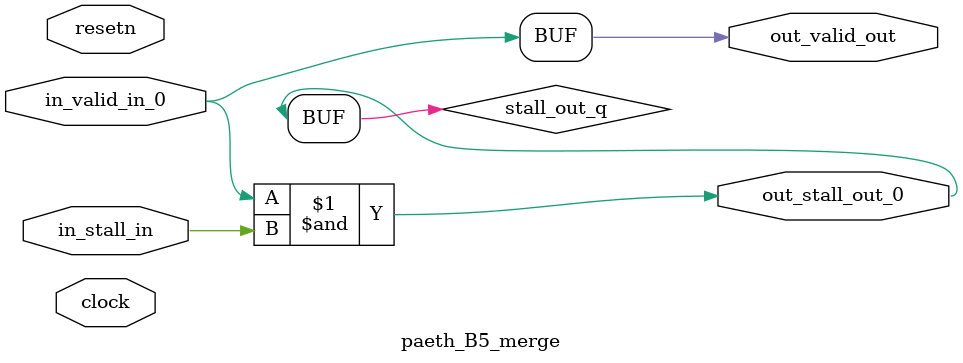
<source format=sv>



(* altera_attribute = "-name AUTO_SHIFT_REGISTER_RECOGNITION OFF; -name MESSAGE_DISABLE 10036; -name MESSAGE_DISABLE 10037; -name MESSAGE_DISABLE 14130; -name MESSAGE_DISABLE 14320; -name MESSAGE_DISABLE 15400; -name MESSAGE_DISABLE 14130; -name MESSAGE_DISABLE 10036; -name MESSAGE_DISABLE 12020; -name MESSAGE_DISABLE 12030; -name MESSAGE_DISABLE 12010; -name MESSAGE_DISABLE 12110; -name MESSAGE_DISABLE 14320; -name MESSAGE_DISABLE 13410; -name MESSAGE_DISABLE 113007; -name MESSAGE_DISABLE 10958" *)
module paeth_B5_merge (
    input wire [0:0] in_stall_in,
    input wire [0:0] in_valid_in_0,
    output wire [0:0] out_stall_out_0,
    output wire [0:0] out_valid_out,
    input wire clock,
    input wire resetn
    );

    wire [0:0] stall_out_q;


    // stall_out(LOGICAL,6)
    assign stall_out_q = in_valid_in_0 & in_stall_in;

    // out_stall_out_0(GPOUT,4)
    assign out_stall_out_0 = stall_out_q;

    // out_valid_out(GPOUT,5)
    assign out_valid_out = in_valid_in_0;

endmodule

</source>
